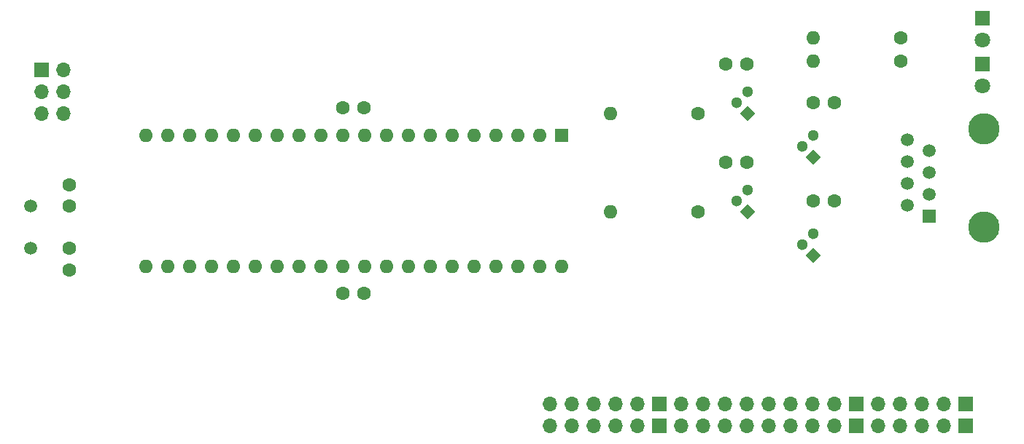
<source format=gbr>
%TF.GenerationSoftware,KiCad,Pcbnew,(5.1.10)-1*%
%TF.CreationDate,2022-06-26T20:44:53-06:00*%
%TF.ProjectId,network_card,6e657477-6f72-46b5-9f63-6172642e6b69,rev?*%
%TF.SameCoordinates,Original*%
%TF.FileFunction,Soldermask,Bot*%
%TF.FilePolarity,Negative*%
%FSLAX46Y46*%
G04 Gerber Fmt 4.6, Leading zero omitted, Abs format (unit mm)*
G04 Created by KiCad (PCBNEW (5.1.10)-1) date 2022-06-26 20:44:53*
%MOMM*%
%LPD*%
G01*
G04 APERTURE LIST*
%ADD10C,1.800000*%
%ADD11R,1.800000X1.800000*%
%ADD12O,1.600000X1.600000*%
%ADD13C,1.600000*%
%ADD14R,1.700000X1.700000*%
%ADD15O,1.700000X1.700000*%
%ADD16C,1.500000*%
%ADD17R,1.600000X1.600000*%
%ADD18C,3.650000*%
%ADD19R,1.500000X1.500000*%
%ADD20C,1.300000*%
%ADD21C,0.100000*%
G04 APERTURE END LIST*
D10*
%TO.C,TX*%
X468475060Y-272770600D03*
D11*
X468475060Y-270230600D03*
%TD*%
D12*
%TO.C,4.7k\u03A9*%
X448815460Y-267157200D03*
D13*
X458975460Y-267157200D03*
%TD*%
D14*
%TO.C,ISP*%
X359280460Y-270857980D03*
D15*
X361820460Y-270857980D03*
X359280460Y-273397980D03*
X361820460Y-273397980D03*
X359280460Y-275937980D03*
X361820460Y-275937980D03*
%TD*%
D13*
%TO.C,4.7k\u03A9*%
X458975460Y-269892780D03*
D12*
X448815460Y-269892780D03*
%TD*%
D13*
%TO.C,20pf*%
X362455460Y-284232980D03*
X362455460Y-286732980D03*
%TD*%
D16*
%TO.C, *%
X358010460Y-291632980D03*
X358010460Y-286732980D03*
%TD*%
D13*
%TO.C,20pf*%
X362455460Y-294135180D03*
X362455460Y-291635180D03*
%TD*%
%TO.C,0.1uf*%
X448815460Y-286097980D03*
X451315460Y-286097980D03*
%TD*%
%TO.C,0.1uf*%
X394205460Y-275302980D03*
X396705460Y-275302980D03*
%TD*%
%TO.C,0.1uf*%
X394205460Y-296892980D03*
X396705460Y-296892980D03*
%TD*%
D10*
%TO.C,RX*%
X468475060Y-267403580D03*
D11*
X468475060Y-264863580D03*
%TD*%
D15*
%TO.C,20pin conn.*%
X418299900Y-312326020D03*
X418299900Y-309786020D03*
X420839900Y-312326020D03*
X420839900Y-309786020D03*
X423379900Y-312326020D03*
X423379900Y-309786020D03*
X425919900Y-312326020D03*
X425919900Y-309786020D03*
X428459900Y-312326020D03*
X428459900Y-309786020D03*
D14*
X430999900Y-312326020D03*
X430999900Y-309786020D03*
D15*
X433539900Y-312326020D03*
X433539900Y-309786020D03*
X436079900Y-312326020D03*
X436079900Y-309786020D03*
X438619900Y-312326020D03*
X438619900Y-309786020D03*
X441159900Y-312326020D03*
X441159900Y-309786020D03*
X443699900Y-312326020D03*
X443699900Y-309786020D03*
X446239900Y-312326020D03*
X446239900Y-309786020D03*
X448779900Y-312326020D03*
X448779900Y-309786020D03*
X451319900Y-312326020D03*
X451319900Y-309786020D03*
D14*
X453859900Y-312326020D03*
X453859900Y-309786020D03*
D15*
X456399900Y-312326020D03*
X456399900Y-309786020D03*
X458939900Y-312326020D03*
X458939900Y-309786020D03*
X461479900Y-312326020D03*
X461479900Y-309786020D03*
X464019900Y-312326020D03*
X464019900Y-309786020D03*
D14*
X466559900Y-312326020D03*
X466559900Y-309786020D03*
%TD*%
D17*
%TO.C,atmega164*%
X419605460Y-278477980D03*
D12*
X371345460Y-293717980D03*
X417065460Y-278477980D03*
X373885460Y-293717980D03*
X414525460Y-278477980D03*
X376425460Y-293717980D03*
X411985460Y-278477980D03*
X378965460Y-293717980D03*
X409445460Y-278477980D03*
X381505460Y-293717980D03*
X406905460Y-278477980D03*
X384045460Y-293717980D03*
X404365460Y-278477980D03*
X386585460Y-293717980D03*
X401825460Y-278477980D03*
X389125460Y-293717980D03*
X399285460Y-278477980D03*
X391665460Y-293717980D03*
X396745460Y-278477980D03*
X394205460Y-293717980D03*
X394205460Y-278477980D03*
X396745460Y-293717980D03*
X391665460Y-278477980D03*
X399285460Y-293717980D03*
X389125460Y-278477980D03*
X401825460Y-293717980D03*
X386585460Y-278477980D03*
X404365460Y-293717980D03*
X384045460Y-278477980D03*
X406905460Y-293717980D03*
X381505460Y-278477980D03*
X409445460Y-293717980D03*
X378965460Y-278477980D03*
X411985460Y-293717980D03*
X376425460Y-278477980D03*
X414525460Y-293717980D03*
X373885460Y-278477980D03*
X417065460Y-293717980D03*
X371345460Y-278477980D03*
X419605460Y-293717980D03*
%TD*%
D18*
%TO.C,RJ45*%
X468627460Y-277766780D03*
X468627460Y-289196780D03*
D19*
X462277460Y-287926780D03*
D16*
X459737460Y-286656780D03*
X462277460Y-285386780D03*
X459737460Y-284116780D03*
X462277460Y-282846780D03*
X459737460Y-281576780D03*
X462277460Y-280306780D03*
X459737460Y-279036780D03*
%TD*%
D20*
%TO.C,BC547B*%
X439925460Y-274667980D03*
X441195460Y-273397980D03*
D21*
G36*
X442114699Y-275937980D02*
G01*
X441195460Y-276857219D01*
X440276221Y-275937980D01*
X441195460Y-275018741D01*
X442114699Y-275937980D01*
G37*
%TD*%
%TO.C,BC547B*%
G36*
X449734699Y-281017980D02*
G01*
X448815460Y-281937219D01*
X447896221Y-281017980D01*
X448815460Y-280098741D01*
X449734699Y-281017980D01*
G37*
D20*
X448815460Y-278477980D03*
X447545460Y-279747980D03*
%TD*%
D21*
%TO.C,BC547B*%
G36*
X449734699Y-292447980D02*
G01*
X448815460Y-293367219D01*
X447896221Y-292447980D01*
X448815460Y-291528741D01*
X449734699Y-292447980D01*
G37*
D20*
X448815460Y-289907980D03*
X447545460Y-291177980D03*
%TD*%
%TO.C,BC547B*%
X439925460Y-286097980D03*
X441195460Y-284827980D03*
D21*
G36*
X442114699Y-287367980D02*
G01*
X441195460Y-288287219D01*
X440276221Y-287367980D01*
X441195460Y-286448741D01*
X442114699Y-287367980D01*
G37*
%TD*%
D12*
%TO.C,100k\u03A9*%
X425320460Y-275937980D03*
D13*
X435480460Y-275937980D03*
%TD*%
D12*
%TO.C,100k\u03A9*%
X425320460Y-287367980D03*
D13*
X435480460Y-287367980D03*
%TD*%
%TO.C,0.1uf*%
X438655460Y-270222980D03*
X441155460Y-270222980D03*
%TD*%
%TO.C,0.1uf*%
X441155460Y-281652980D03*
X438655460Y-281652980D03*
%TD*%
%TO.C,0.1uf*%
X451315460Y-274667980D03*
X448815460Y-274667980D03*
%TD*%
M02*

</source>
